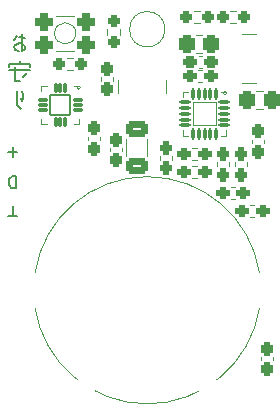
<source format=gbo>
G04 #@! TF.GenerationSoftware,KiCad,Pcbnew,(6.0.5)*
G04 #@! TF.CreationDate,2022-11-13T23:19:37+01:00*
G04 #@! TF.ProjectId,Omamori,4f6d616d-6f72-4692-9e6b-696361645f70,rev?*
G04 #@! TF.SameCoordinates,Original*
G04 #@! TF.FileFunction,Legend,Bot*
G04 #@! TF.FilePolarity,Positive*
%FSLAX46Y46*%
G04 Gerber Fmt 4.6, Leading zero omitted, Abs format (unit mm)*
G04 Created by KiCad (PCBNEW (6.0.5)) date 2022-11-13 23:19:37*
%MOMM*%
%LPD*%
G01*
G04 APERTURE LIST*
G04 Aperture macros list*
%AMRoundRect*
0 Rectangle with rounded corners*
0 $1 Rounding radius*
0 $2 $3 $4 $5 $6 $7 $8 $9 X,Y pos of 4 corners*
0 Add a 4 corners polygon primitive as box body*
4,1,4,$2,$3,$4,$5,$6,$7,$8,$9,$2,$3,0*
0 Add four circle primitives for the rounded corners*
1,1,$1+$1,$2,$3*
1,1,$1+$1,$4,$5*
1,1,$1+$1,$6,$7*
1,1,$1+$1,$8,$9*
0 Add four rect primitives between the rounded corners*
20,1,$1+$1,$2,$3,$4,$5,0*
20,1,$1+$1,$4,$5,$6,$7,0*
20,1,$1+$1,$6,$7,$8,$9,0*
20,1,$1+$1,$8,$9,$2,$3,0*%
%AMFreePoly0*
4,1,21,1.051062,1.981062,1.066000,1.945000,1.066000,1.170000,1.051520,1.134401,0.486000,0.554255,0.486000,-0.554255,1.051520,-1.134401,1.066000,-1.170000,1.066000,-1.945000,1.051062,-1.981062,1.015000,-1.996000,0.125000,-1.996000,0.089264,-1.981386,-0.470736,-1.431386,-0.486000,-1.395000,-0.486000,1.395000,-0.470736,1.431386,0.089264,1.981386,0.125000,1.996000,1.015000,1.996000,
1.051062,1.981062,1.051062,1.981062,$1*%
%AMFreePoly1*
4,1,21,-0.089264,1.981386,0.470736,1.431386,0.486000,1.395000,0.486000,-1.395000,0.470736,-1.431386,-0.089264,-1.981386,-0.125000,-1.996000,-1.015000,-1.996000,-1.051062,-1.981062,-1.066000,-1.945000,-1.066000,-1.170000,-1.051520,-1.134401,-0.486000,-0.554255,-0.486000,0.554255,-1.051520,1.134401,-1.066000,1.170000,-1.066000,1.945000,-1.051062,1.981062,-1.015000,1.996000,-0.125000,1.996000,
-0.089264,1.981386,-0.089264,1.981386,$1*%
%AMFreePoly2*
4,1,28,0.369517,0.147118,0.404872,0.132473,0.432473,0.104872,0.447118,0.069517,0.451000,0.050000,0.451000,0.000711,0.447106,-0.018834,0.446811,-0.019545,0.432473,-0.054161,0.421417,-0.070706,0.370706,-0.121417,0.354161,-0.132473,0.318806,-0.147118,0.299289,-0.151000,-0.350000,-0.151000,-0.369517,-0.147118,-0.404872,-0.132473,-0.432473,-0.104872,-0.447118,-0.069517,-0.451000,-0.050000,
-0.451000,0.050000,-0.447118,0.069517,-0.432473,0.104872,-0.404872,0.132473,-0.369517,0.147118,-0.350000,0.151000,0.350000,0.151000,0.369517,0.147118,0.369517,0.147118,$1*%
%AMFreePoly3*
4,1,27,0.318806,0.147118,0.354161,0.132473,0.370706,0.121417,0.421417,0.070706,0.432473,0.054161,0.447118,0.018806,0.451000,-0.000711,0.451000,-0.050000,0.447118,-0.069517,0.432473,-0.104872,0.404872,-0.132473,0.369517,-0.147118,0.350000,-0.151000,-0.350000,-0.151000,-0.369517,-0.147118,-0.404872,-0.132473,-0.432473,-0.104872,-0.447118,-0.069517,-0.451000,-0.050000,-0.451000,0.050000,
-0.447118,0.069517,-0.432473,0.104872,-0.404872,0.132473,-0.369517,0.147118,-0.350000,0.151000,0.299289,0.151000,0.318806,0.147118,0.318806,0.147118,$1*%
%AMFreePoly4*
4,1,27,0.069517,0.447118,0.104872,0.432473,0.132473,0.404872,0.147118,0.369517,0.151000,0.350000,0.151000,-0.350000,0.147118,-0.369517,0.132473,-0.404872,0.104872,-0.432473,0.069517,-0.447118,0.050000,-0.451000,0.000711,-0.451000,-0.018806,-0.447118,-0.054161,-0.432473,-0.070706,-0.421417,-0.121417,-0.370706,-0.132473,-0.354161,-0.147118,-0.318806,-0.151000,-0.299289,-0.151000,0.350000,
-0.147118,0.369517,-0.132473,0.404872,-0.104872,0.432473,-0.069517,0.447118,-0.050000,0.451000,0.050000,0.451000,0.069517,0.447118,0.069517,0.447118,$1*%
%AMFreePoly5*
4,1,28,0.069517,0.447118,0.104872,0.432473,0.132473,0.404872,0.147118,0.369517,0.151000,0.350000,0.151000,-0.299289,0.147106,-0.318834,0.146811,-0.319545,0.132473,-0.354161,0.121417,-0.370706,0.070706,-0.421417,0.054161,-0.432473,0.018806,-0.447118,-0.000711,-0.451000,-0.050000,-0.451000,-0.069517,-0.447118,-0.104872,-0.432473,-0.132473,-0.404872,-0.147118,-0.369517,-0.151000,-0.350000,
-0.151000,0.350000,-0.147118,0.369517,-0.132473,0.404872,-0.104872,0.432473,-0.069517,0.447118,-0.050000,0.451000,0.050000,0.451000,0.069517,0.447118,0.069517,0.447118,$1*%
%AMFreePoly6*
4,1,27,0.369517,0.147118,0.404872,0.132473,0.432473,0.104872,0.447118,0.069517,0.451000,0.050000,0.451000,-0.050000,0.447118,-0.069517,0.432473,-0.104872,0.404872,-0.132473,0.369517,-0.147118,0.350000,-0.151000,-0.350000,-0.151000,-0.369517,-0.147118,-0.404872,-0.132473,-0.432473,-0.104872,-0.447118,-0.069517,-0.451000,-0.050000,-0.451000,-0.000711,-0.447118,0.018806,-0.432473,0.054161,
-0.421417,0.070706,-0.370706,0.121417,-0.354161,0.132473,-0.318806,0.147118,-0.299289,0.151000,0.350000,0.151000,0.369517,0.147118,0.369517,0.147118,$1*%
%AMFreePoly7*
4,1,27,0.369517,0.147118,0.404872,0.132473,0.432473,0.104872,0.447118,0.069517,0.451000,0.050000,0.451000,-0.050000,0.447118,-0.069517,0.432473,-0.104872,0.404872,-0.132473,0.369517,-0.147118,0.350000,-0.151000,-0.299289,-0.151000,-0.318806,-0.147118,-0.354161,-0.132473,-0.370706,-0.121417,-0.421417,-0.070706,-0.432473,-0.054161,-0.447118,-0.018806,-0.451000,0.000711,-0.451000,0.050000,
-0.447118,0.069517,-0.432473,0.104872,-0.404872,0.132473,-0.369517,0.147118,-0.350000,0.151000,0.350000,0.151000,0.369517,0.147118,0.369517,0.147118,$1*%
%AMFreePoly8*
4,1,27,0.018806,0.447118,0.054161,0.432473,0.070706,0.421417,0.121417,0.370706,0.132473,0.354161,0.147118,0.318806,0.151000,0.299289,0.151000,-0.350000,0.147118,-0.369517,0.132473,-0.404872,0.104872,-0.432473,0.069517,-0.447118,0.050000,-0.451000,-0.050000,-0.451000,-0.069517,-0.447118,-0.104872,-0.432473,-0.132473,-0.404872,-0.147118,-0.369517,-0.151000,-0.350000,-0.151000,0.350000,
-0.147118,0.369517,-0.132473,0.404872,-0.104872,0.432473,-0.069517,0.447118,-0.050000,0.451000,-0.000711,0.451000,0.018806,0.447118,0.018806,0.447118,$1*%
%AMFreePoly9*
4,1,27,0.069517,0.447118,0.104872,0.432473,0.132473,0.404872,0.147118,0.369517,0.151000,0.350000,0.151000,-0.350000,0.147118,-0.369517,0.132473,-0.404872,0.104872,-0.432473,0.069517,-0.447118,0.050000,-0.451000,-0.050000,-0.451000,-0.069517,-0.447118,-0.104872,-0.432473,-0.132473,-0.404872,-0.147118,-0.369517,-0.151000,-0.350000,-0.151000,0.299289,-0.147118,0.318806,-0.132473,0.354161,
-0.121417,0.370706,-0.070706,0.421417,-0.054161,0.432473,-0.018806,0.447118,0.000711,0.451000,0.050000,0.451000,0.069517,0.447118,0.069517,0.447118,$1*%
G04 Aperture macros list end*
%ADD10C,0.200000*%
%ADD11C,0.120000*%
%ADD12C,1.802000*%
%ADD13O,1.802000X1.802000*%
%ADD14C,2.602000*%
%ADD15RoundRect,0.288500X0.287500X0.237500X-0.287500X0.237500X-0.287500X-0.237500X0.287500X-0.237500X0*%
%ADD16RoundRect,0.301000X-0.337500X-0.475000X0.337500X-0.475000X0.337500X0.475000X-0.337500X0.475000X0*%
%ADD17RoundRect,0.288500X-0.237500X0.300000X-0.237500X-0.300000X0.237500X-0.300000X0.237500X0.300000X0*%
%ADD18FreePoly0,180.000000*%
%ADD19FreePoly1,180.000000*%
%ADD20RoundRect,0.288500X-0.237500X0.287500X-0.237500X-0.287500X0.237500X-0.287500X0.237500X0.287500X0*%
%ADD21RoundRect,0.288500X-0.287500X-0.237500X0.287500X-0.237500X0.287500X0.237500X-0.287500X0.237500X0*%
%ADD22RoundRect,0.401000X0.350000X0.350000X-0.350000X0.350000X-0.350000X-0.350000X0.350000X-0.350000X0*%
%ADD23RoundRect,0.301000X0.337500X0.475000X-0.337500X0.475000X-0.337500X-0.475000X0.337500X-0.475000X0*%
%ADD24RoundRect,0.301000X-0.650000X0.412500X-0.650000X-0.412500X0.650000X-0.412500X0.650000X0.412500X0*%
%ADD25FreePoly0,270.000000*%
%ADD26FreePoly1,270.000000*%
%ADD27RoundRect,0.113500X0.375000X0.062500X-0.375000X0.062500X-0.375000X-0.062500X0.375000X-0.062500X0*%
%ADD28RoundRect,0.113500X0.062500X0.375000X-0.062500X0.375000X-0.062500X-0.375000X0.062500X-0.375000X0*%
%ADD29RoundRect,0.051000X1.000000X1.000000X-1.000000X1.000000X-1.000000X-1.000000X1.000000X-1.000000X0*%
%ADD30RoundRect,0.288500X-0.250000X-0.237500X0.250000X-0.237500X0.250000X0.237500X-0.250000X0.237500X0*%
%ADD31RoundRect,0.288500X0.237500X-0.300000X0.237500X0.300000X-0.237500X0.300000X-0.237500X-0.300000X0*%
%ADD32RoundRect,0.288500X0.300000X0.237500X-0.300000X0.237500X-0.300000X-0.237500X0.300000X-0.237500X0*%
%ADD33FreePoly2,180.000000*%
%ADD34RoundRect,0.101000X0.350000X0.050000X-0.350000X0.050000X-0.350000X-0.050000X0.350000X-0.050000X0*%
%ADD35FreePoly3,180.000000*%
%ADD36FreePoly4,180.000000*%
%ADD37RoundRect,0.101000X0.050000X0.350000X-0.050000X0.350000X-0.050000X-0.350000X0.050000X-0.350000X0*%
%ADD38FreePoly5,180.000000*%
%ADD39FreePoly6,180.000000*%
%ADD40FreePoly7,180.000000*%
%ADD41FreePoly8,180.000000*%
%ADD42FreePoly9,180.000000*%
%ADD43RoundRect,0.051000X0.850000X0.850000X-0.850000X0.850000X-0.850000X-0.850000X0.850000X-0.850000X0*%
%ADD44RoundRect,0.288500X-0.237500X0.250000X-0.237500X-0.250000X0.237500X-0.250000X0.237500X0.250000X0*%
G04 APERTURE END LIST*
D10*
X13600000Y-30000000D02*
X13600000Y-30800000D01*
D11*
X31755563Y-20400000D02*
G75*
G03*
X31755563Y-20400000I-155563J0D01*
G01*
X19341421Y-19950000D02*
G75*
G03*
X19341421Y-19950000I-141421J0D01*
G01*
X26500000Y-15000000D02*
G75*
G03*
X26500000Y-15000000I-1500000J0D01*
G01*
D10*
X13200000Y-30800000D02*
X14000000Y-30800000D01*
X14000000Y-25400000D02*
X13200000Y-25400000D01*
X13600000Y-25000000D02*
X13600000Y-25800000D01*
X14650000Y-15749285D02*
X14150000Y-15677857D01*
X14435714Y-15392142D02*
X14435714Y-16820714D01*
X14650000Y-16677857D01*
X14650000Y-16392142D01*
X14221428Y-16177857D01*
X13935714Y-16249285D01*
X13721428Y-16392142D01*
X13792857Y-16749285D01*
X14150000Y-16820714D01*
X13935714Y-15606428D02*
X13721428Y-15892142D01*
X15114285Y-18450000D02*
X13257142Y-18450000D01*
X14257142Y-19378571D02*
X13828571Y-19378571D01*
X15042857Y-17950000D02*
X15042857Y-18235714D01*
X13828571Y-18164285D02*
X13828571Y-19378571D01*
X15042857Y-17950000D02*
X13328571Y-17950000D01*
X13328571Y-18235714D01*
X14828571Y-18664285D02*
X14471428Y-19021428D01*
X14185714Y-17664285D02*
X14185714Y-17950000D01*
X13935714Y-20222142D02*
X13935714Y-21150714D01*
X14007142Y-21436428D01*
X14292857Y-21722142D01*
X14435714Y-20222142D02*
X14507142Y-20579285D01*
X14507142Y-20865000D01*
X14435714Y-21079285D01*
X14292857Y-20865000D01*
X13861904Y-28452380D02*
X13861904Y-27452380D01*
X13623809Y-27452380D01*
X13480952Y-27500000D01*
X13385714Y-27595238D01*
X13338095Y-27690476D01*
X13290476Y-27880952D01*
X13290476Y-28023809D01*
X13338095Y-28214285D01*
X13385714Y-28309523D01*
X13480952Y-28404761D01*
X13623809Y-28452380D01*
X13861904Y-28452380D01*
D11*
X15500000Y-38600000D02*
G75*
G03*
X34500000Y-38600000I9500000J1500000D01*
G01*
X34500000Y-35600000D02*
G75*
G03*
X15500000Y-35600000I-9500000J-1500000D01*
G01*
X29671267Y-19460000D02*
X29328733Y-19460000D01*
X29671267Y-18440000D02*
X29328733Y-18440000D01*
X34238748Y-21735000D02*
X34761252Y-21735000D01*
X34238748Y-20265000D02*
X34761252Y-20265000D01*
X33890000Y-24353733D02*
X33890000Y-24646267D01*
X34910000Y-24353733D02*
X34910000Y-24646267D01*
X34170000Y-19560000D02*
X33030000Y-19560000D01*
X34170000Y-15440000D02*
X33030000Y-15440000D01*
X29171267Y-26060000D02*
X28828733Y-26060000D01*
X29171267Y-25040000D02*
X28828733Y-25040000D01*
X29171267Y-26540000D02*
X28828733Y-26540000D01*
X29171267Y-27560000D02*
X28828733Y-27560000D01*
X27110000Y-25728733D02*
X27110000Y-26071267D01*
X26090000Y-25728733D02*
X26090000Y-26071267D01*
X30890000Y-26278733D02*
X30890000Y-26621267D01*
X31910000Y-26278733D02*
X31910000Y-26621267D01*
X33410000Y-26278733D02*
X33410000Y-26621267D01*
X32390000Y-26278733D02*
X32390000Y-26621267D01*
X32078733Y-28340000D02*
X32421267Y-28340000D01*
X32078733Y-29360000D02*
X32421267Y-29360000D01*
X33728733Y-29890000D02*
X34071267Y-29890000D01*
X33728733Y-30910000D02*
X34071267Y-30910000D01*
X18800000Y-13850000D02*
X17300000Y-13850000D01*
X18800000Y-16850000D02*
X17300000Y-16850000D01*
X18951388Y-15350000D02*
G75*
G03*
X18951388Y-15350000I-901388J0D01*
G01*
X29661252Y-15515000D02*
X29138748Y-15515000D01*
X29661252Y-16985000D02*
X29138748Y-16985000D01*
X23190000Y-24288748D02*
X23190000Y-25711252D01*
X25010000Y-24288748D02*
X25010000Y-25711252D01*
X22490000Y-19280000D02*
X22490000Y-20420000D01*
X26610000Y-19280000D02*
X26610000Y-20420000D01*
X28465000Y-24010000D02*
X27990000Y-24010000D01*
X28465000Y-20290000D02*
X27990000Y-20290000D01*
X27990000Y-24010000D02*
X27990000Y-23535000D01*
X31235000Y-24010000D02*
X31710000Y-24010000D01*
X31710000Y-24010000D02*
X31710000Y-23535000D01*
X27990000Y-20290000D02*
X27990000Y-20765000D01*
X31235000Y-20290000D02*
X31710000Y-20290000D01*
X22860000Y-25053733D02*
X22860000Y-25346267D01*
X21840000Y-25053733D02*
X21840000Y-25346267D01*
X18195276Y-18472500D02*
X18704724Y-18472500D01*
X18195276Y-17427500D02*
X18704724Y-17427500D01*
X22110000Y-19346267D02*
X22110000Y-19053733D01*
X21090000Y-19346267D02*
X21090000Y-19053733D01*
X29646267Y-17240000D02*
X29353733Y-17240000D01*
X29646267Y-18260000D02*
X29353733Y-18260000D01*
X32045276Y-14472500D02*
X32554724Y-14472500D01*
X32045276Y-13427500D02*
X32554724Y-13427500D01*
X28945276Y-13427500D02*
X29454724Y-13427500D01*
X28945276Y-14472500D02*
X29454724Y-14472500D01*
X35660000Y-42753733D02*
X35660000Y-43046267D01*
X34640000Y-42753733D02*
X34640000Y-43046267D01*
X16490000Y-23010000D02*
X16040000Y-23010000D01*
X19260000Y-23010000D02*
X19260000Y-22560000D01*
X16040000Y-19790000D02*
X16040000Y-20240000D01*
X16040000Y-23010000D02*
X16040000Y-22560000D01*
X16490000Y-19790000D02*
X16040000Y-19790000D01*
X18810000Y-19790000D02*
X19260000Y-19790000D01*
X18810000Y-23010000D02*
X19260000Y-23010000D01*
X22672500Y-14945276D02*
X22672500Y-15454724D01*
X21627500Y-14945276D02*
X21627500Y-15454724D01*
X21010000Y-24396267D02*
X21010000Y-24103733D01*
X19990000Y-24396267D02*
X19990000Y-24103733D01*
%LPC*%
D12*
X17375000Y-45000000D03*
D13*
X19915000Y-45000000D03*
X22455000Y-45000000D03*
X24995000Y-45000000D03*
X27535000Y-45000000D03*
X30075000Y-45000000D03*
X32615000Y-45000000D03*
D14*
X25000000Y-15000000D03*
X15500000Y-37100000D03*
X34500000Y-37100000D03*
D15*
X30375000Y-18950000D03*
X28625000Y-18950000D03*
D16*
X33462500Y-21000000D03*
X35537500Y-21000000D03*
D17*
X34400000Y-23637500D03*
X34400000Y-25362500D03*
D18*
X35365000Y-17500000D03*
D19*
X31835000Y-17500000D03*
D15*
X29875000Y-25550000D03*
X28125000Y-25550000D03*
X29875000Y-27050000D03*
X28125000Y-27050000D03*
D20*
X26600000Y-25025000D03*
X26600000Y-26775000D03*
X31400000Y-25575000D03*
X31400000Y-27325000D03*
X32900000Y-25575000D03*
X32900000Y-27325000D03*
D21*
X31375000Y-28850000D03*
X33125000Y-28850000D03*
X33025000Y-30400000D03*
X34775000Y-30400000D03*
D22*
X19800000Y-14350000D03*
X16300000Y-16350000D03*
X16300000Y-14350000D03*
X19800000Y-16350000D03*
D23*
X30437500Y-16250000D03*
X28362500Y-16250000D03*
D24*
X24100000Y-23437500D03*
X24100000Y-26562500D03*
D25*
X24550000Y-18085000D03*
D26*
X24550000Y-21615000D03*
D27*
X31537500Y-21150000D03*
X31537500Y-21650000D03*
X31537500Y-22150000D03*
X31537500Y-22650000D03*
X31537500Y-23150000D03*
D28*
X30850000Y-23837500D03*
X30350000Y-23837500D03*
X29850000Y-23837500D03*
X29350000Y-23837500D03*
X28850000Y-23837500D03*
D27*
X28162500Y-23150000D03*
X28162500Y-22650000D03*
X28162500Y-22150000D03*
X28162500Y-21650000D03*
X28162500Y-21150000D03*
D28*
X28850000Y-20462500D03*
X29350000Y-20462500D03*
X29850000Y-20462500D03*
X30350000Y-20462500D03*
X30850000Y-20462500D03*
D29*
X29850000Y-22150000D03*
D12*
X15200000Y-30425000D03*
D13*
X15200000Y-27885000D03*
X15200000Y-25345000D03*
D17*
X22350000Y-24337500D03*
X22350000Y-26062500D03*
D30*
X17537500Y-17950000D03*
X19362500Y-17950000D03*
D31*
X21600000Y-20062500D03*
X21600000Y-18337500D03*
D32*
X30362500Y-17750000D03*
X28637500Y-17750000D03*
D30*
X31387500Y-13950000D03*
X33212500Y-13950000D03*
X28287500Y-13950000D03*
X30112500Y-13950000D03*
D17*
X35150000Y-42037500D03*
X35150000Y-43762500D03*
D33*
X19100000Y-20600000D03*
D34*
X19100000Y-21000000D03*
X19100000Y-21400000D03*
X19100000Y-21800000D03*
D35*
X19100000Y-22200000D03*
D36*
X18450000Y-22850000D03*
D37*
X18050000Y-22850000D03*
X17650000Y-22850000D03*
X17250000Y-22850000D03*
D38*
X16850000Y-22850000D03*
D39*
X16200000Y-22200000D03*
D34*
X16200000Y-21800000D03*
X16200000Y-21400000D03*
X16200000Y-21000000D03*
D40*
X16200000Y-20600000D03*
D41*
X16850000Y-19950000D03*
D37*
X17250000Y-19950000D03*
X17650000Y-19950000D03*
X18050000Y-19950000D03*
D42*
X18450000Y-19950000D03*
D43*
X17650000Y-21400000D03*
D44*
X22150000Y-14287500D03*
X22150000Y-16112500D03*
D31*
X20500000Y-25112500D03*
X20500000Y-23387500D03*
M02*

</source>
